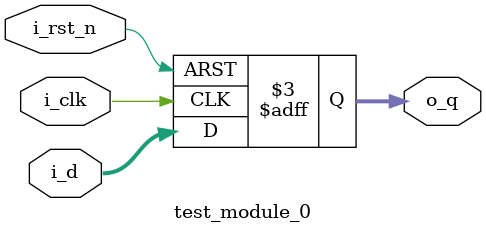
<source format=v>

`default_nettype none
`timescale 1ns/1ps

module test_module_0 #(
    parameter WIDTH = 10
) (
   input wire i_clk, 
   input wire i_rst_n,
   input wire [WIDTH-1:0] i_d,
   output reg [WIDTH-1:0] o_q
);

always @(posedge i_clk or negedge i_rst_n) begin
    if (!i_rst_n)
        o_q <= {WIDTH{1'b0}};
    else
        o_q <= i_d;
end

endmodule
//---------------------------------------------------------

`default_nettype wire

</source>
